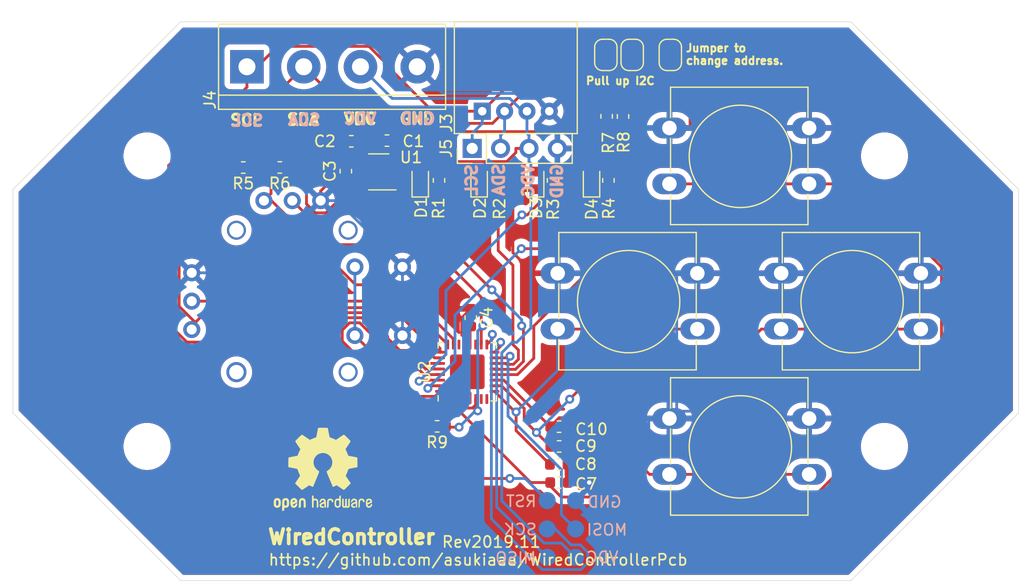
<source format=kicad_pcb>
(kicad_pcb (version 20221018) (generator pcbnew)
  (layers (0 "F.Cu" signal) (31 "B.Cu" signal) (34 "B.Paste" user) (35 "F.Paste" user) (36 "B.SilkS" user "B.Silkscreen") (37 "F.SilkS" user "F.Silkscreen") (38 "B.Mask" user) (39 "F.Mask" user) (44 "Edge.Cuts" user))
  (net 0 "")
  (net 1 "GND")
  (net 2 "Net-(C2-Pad1)")
  (net 3 "+3V3")
  (net 4 "Net-(C4-Pad2)")
  (net 5 "Net-(D1-Pad2)")
  (net 6 "Net-(D2-Pad2)")
  (net 7 "Net-(D3-Pad2)")
  (net 8 "/VertFailSafe")
  (net 9 "/VertValue")
  (net 10 "/HoriFailSafe")
  (net 11 "/HoriValue")
  (net 12 "/RST")
  (net 13 "/MISO")
  (net 14 "/SCK")
  (net 15 "/MOSI")
  (net 16 "/SDA")
  (net 17 "/SCL")
  (net 18 "/LED1")
  (net 19 "/LED2")
  (net 20 "/LED3")
  (net 21 "/BTNT")
  (net 22 "/BTNL")
  (net 23 "/BTNR")
  (net 24 "/BTNB")
  (net 26 "Net-(D4-Pad2)")
  (net 27 "/ADDR")
  (net 28 "/LED4")
  (net 29 "/JOY_PUSH")
  (net 34 "VDC")
  (net 35 "Net-(JP2-Pad2)")
  (net 36 "Net-(JP3-Pad2)")
  (footprint "Capacitor_SMD:C_0603_1608Metric" (layer "F.Cu") (at 133.47 60.63 180)
    (fp_text reference "C1")
    (fp_text value "1u")
  )
  (footprint "Capacitor_SMD:C_0603_1608Metric" (layer "F.Cu") (at 130.28 60.69 180)
    (fp_text reference "C2")
    (fp_text value "10n")
  )
  (footprint "Capacitor_SMD:C_0603_1608Metric" (layer "F.Cu") (at 129.79 63.368 90)
    (fp_text reference "C3")
    (fp_text value "2.2u")
  )
  (footprint "Capacitor_SMD:C_0603_1608Metric" (layer "F.Cu") (at 140.97 76.4725 -90)
    (fp_text reference "C4")
    (fp_text value "0.1u")
  )
  (footprint "LED_SMD:LED_0603_1608Metric" (layer "F.Cu") (at 136.45 64.19 90)
    (fp_text reference "D1")
    (fp_text value "LED")
  )
  (footprint "LED_SMD:LED_0603_1608Metric" (layer "F.Cu") (at 141.72 64.19 90)
    (fp_text reference "D2")
    (fp_text value "LED")
  )
  (footprint "LED_SMD:LED_0603_1608Metric" (layer "F.Cu") (at 146.78 64.19 90)
    (fp_text reference "D3")
    (fp_text value "LED")
  )
  (footprint "footprints:PS4tJoystick" (layer "F.Cu") (at 125 75 180)
    (fp_text reference "J1" hide)
    (fp_text value "Joystick")
  )
  (footprint "footprints:NS-Tech_Grove_1x04_P2mm_Horizontal" (layer "F.Cu") (at 145 58 90)
    (fp_text reference "J3")
    (fp_text value "Conn_01x04")
  )
  (footprint "Resistor_SMD:R_0603_1608Metric" (layer "F.Cu") (at 138.13 64.19 90)
    (fp_text reference "R1")
    (fp_text value "1k")
  )
  (footprint "Resistor_SMD:R_0603_1608Metric" (layer "F.Cu") (at 143.43 64.19 90)
    (fp_text reference "R2")
    (fp_text value "1k")
  )
  (footprint "Resistor_SMD:R_0603_1608Metric" (layer "F.Cu") (at 148.33 64.19 90)
    (fp_text reference "R3")
    (fp_text value "1k")
  )
  (footprint "Resistor_SMD:R_0603_1608Metric" (layer "F.Cu") (at 120.612 63.04 180)
    (fp_text reference "R5")
    (fp_text value "1k")
  )
  (footprint "Resistor_SMD:R_0603_1608Metric" (layer "F.Cu") (at 123.882 63.03 180)
    (fp_text reference "R6")
    (fp_text value "1k")
  )
  (footprint "footprints:SW_Center_PUSH-12mm" (layer "F.Cu") (at 165 62)
    (fp_text reference "SW1" hide)
    (fp_text value "SW_Push")
  )
  (footprint "Package_TO_SOT_SMD:SOT-23-5" (layer "F.Cu") (at 132.73 63.43 180)
    (fp_text reference "U1")
    (fp_text value "LP2985-3.3")
  )
  (footprint "Package_DFN_QFN:QFN-32-1EP_5x5mm_P0.5mm_EP3.1x3.1mm" (layer "F.Cu") (at 140.66 81.32 90)
    (fp_text reference "U2")
    (fp_text value "ATmega328P-MU")
  )
  (footprint "LED_SMD:LED_0603_1608Metric" (layer "F.Cu") (at 151.78 64.19 90)
    (fp_text reference "D4")
    (fp_text value "LED")
  )
  (footprint "Jumper:SolderJumper-2_P1.3mm_Open_RoundedPad1.0x1.5mm" (layer "F.Cu") (at 158.83 52.96 -90)
    (fp_text reference "JP1" hide)
    (fp_text value "Jumper_NO")
  )
  (footprint "Resistor_SMD:R_0603_1608Metric" (layer "F.Cu") (at 153.29 64.19 90)
    (fp_text reference "R4")
    (fp_text value "1k")
  )
  (footprint "Capacitor_SMD:C_0603_1608Metric" (layer "F.Cu") (at 148.868 91.23)
    (fp_text reference "C7")
    (fp_text value "0.1u")
  )
  (footprint "Capacitor_SMD:C_0603_1608Metric" (layer "F.Cu") (at 148.842 89.61)
    (fp_text reference "C8")
    (fp_text value "0.1u")
  )
  (footprint "Capacitor_SMD:C_0603_1608Metric" (layer "F.Cu") (at 148.88 88)
    (fp_text reference "C9")
    (fp_text value "0.1u")
  )
  (footprint "Capacitor_SMD:C_0603_1608Metric" (layer "F.Cu") (at 148.872 86.23)
    (fp_text reference "C10")
    (fp_text value "0.1u")
  )
  (footprint "footprints:SW_Center_PUSH-12mm" (layer "F.Cu") (at 155 75)
    (fp_text reference "SW2" hide)
    (fp_text value "SW_Push")
  )
  (footprint "footprints:SW_Center_PUSH-12mm" (layer "F.Cu") (at 175 75)
    (fp_text reference "SW3" hide)
    (fp_text value "SW_Push")
  )
  (footprint "footprints:SW_Center_PUSH-12mm" (layer "F.Cu") (at 165 88)
    (fp_text reference "SW4" hide)
    (fp_text value "SW_Push")
  )
  (footprint "MountingHole:MountingHole_3.2mm_M3" (layer "F.Cu") (at 112 62)
    (fp_text reference "REF1" hide)
    (fp_text value "MountingHole_3.2mm_M3")
  )
  (footprint "MountingHole:MountingHole_3.2mm_M3" (layer "F.Cu") (at 178 62)
    (fp_text reference "REF3" hide)
    (fp_text value "MountingHole_3.2mm_M3")
  )
  (footprint "MountingHole:MountingHole_3.2mm_M3" (layer "F.Cu") (at 112 88)
    (fp_text reference "REF2" hide)
    (fp_text value "MountingHole_3.2mm_M3")
  )
  (footprint "MountingHole:MountingHole_3.2mm_M3" (layer "F.Cu") (at 178 88)
    (fp_text reference "REF4" hide)
    (fp_text value "MountingHole_3.2mm_M3")
  )
  (footprint "Symbol:OSHW-Logo2_9.8x8mm_SilkScreen" (layer "F.Cu") (at 127.74 90.05)
    (fp_text reference "REF**" hide)
    (fp_text value "OSHW-Logo2_9.8x8mm_SilkScreen" hide)
  )
  (footprint "TerminalBlock:TerminalBlock_bornier-4_P5.08mm" (layer "F.Cu") (at 120.94 54.02)
    (fp_text reference "J4")
    (fp_text value "Conn_01x04")
  )
  (footprint "Jumper:SolderJumper-2_P1.3mm_Open_RoundedPad1.0x1.5mm" (layer "F.Cu") (at 153.06 52.96 -90)
    (fp_text reference "JP2" hide)
    (fp_text value "Jumper_NO")
  )
  (footprint "Jumper:SolderJumper-2_P1.3mm_Open_RoundedPad1.0x1.5mm" (layer "F.Cu") (at 155.42 52.96 -90)
    (fp_text reference "JP3" hide)
    (fp_text value "Jumper_NO")
  )
  (footprint "Resistor_SMD:R_0603_1608Metric" (layer "F.Cu") (at 153.13 58.4575 90)
    (fp_text reference "R7")
    (fp_text value "10k")
  )
  (footprint "Resistor_SMD:R_0603_1608Metric" (layer "F.Cu") (at 154.6 58.4675 90)
    (fp_text reference "R8")
    (fp_text value "10k")
  )
  (footprint "Connector_PinHeader_2.54mm:PinHeader_1x04_P2.54mm_Vertical" (layer "F.Cu") (at 141.1 61.33 90)
    (fp_text reference "J5")
    (fp_text value "Conn_01x04")
  )
  (footprint "Resistor_SMD:R_0603_1608Metric" (layer "F.Cu") (at 137.9625 86.2 180)
    (fp_text reference "R9")
    (fp_text value "10k")
  )
  (footprint "footprints:2x03_P2.54mm_Pads" (layer "B.Cu") (at 149.08 95.38)
    (fp_text reference "J2" hide)
    (fp_text value "Conn_01x06")
  )
  (gr_line (start 175 100) (end 115 100) (stroke (width 0.05)) (layer "Edge.Cuts"))
  (gr_line (start 100 65) (end 115 50) (stroke (width 0.05)) (layer "Edge.Cuts"))
  (gr_line (start 115 100) (end 100 85) (stroke (width 0.05)) (layer "Edge.Cuts"))
  (gr_line (start 100 85) (end 100 65) (stroke (width 0.05)) (layer "Edge.Cuts"))
  (gr_line (start 190 65) (end 190 85) (stroke (width 0.05)) (layer "Edge.Cuts"))
  (gr_line (start 190 85) (end 175 100) (stroke (width 0.05)) (layer "Edge.Cuts"))
  (gr_line (start 175 50) (end 190 65) (stroke (width 0.05)) (layer "Edge.Cuts"))
  (gr_line (start 115 50) (end 175 50) (stroke (width 0.05)) (layer "Edge.Cuts"))
  (gr_text "SCL" (at 120.99 58.83) (layer "B.SilkS") (effects (font (size 1 1) (thickness 0.25)) (justify mirror)))
  (gr_text "GND" (at 136.24 58.67) (layer "B.SilkS") (effects (font (size 1 1) (thickness 0.25)) (justify mirror)))
  (gr_text "SCL" (at 141.05 64.15 90) (layer "B.SilkS") (effects (font (size 1 1) (thickness 0.25)) (justify mirror)))
  (gr_text "VDC" (at 131.07 58.67) (layer "B.SilkS") (effects (font (size 1 1) (thickness 0.25)) (justify mirror)))
  (gr_text "GND" (at 148.68 64.27 90) (layer "B.SilkS") (effects (font (size 1 1) (thickness 0.25)) (justify mirror)))
  (gr_text "VDC" (at 146.11 64.22 90) (layer "B.SilkS") (effects (font (size 1 1) (thickness 0.25)) (justify mirror)))
  (gr_text "RST" (at 145.49 92.91) (layer "B.SilkS") (effects (font (size 1 1)) (justify mirror)))
  (gr_text "SCK" (at 145.4 95.43) (layer "B.SilkS") (effects (font (size 1 1)) (justify mirror)))
  (gr_text "GND" (at 152.94 92.97) (layer "B.SilkS") (effects (font (size 1 1)) (justify mirror)))
  (gr_text "MISO" (at 144.99 97.99) (layer "B.SilkS") (effects (font (size 1 1)) (justify mirror)))
  (gr_text "MOSI" (at 153.16 95.46) (layer "B.SilkS") (effects (font (size 1 1)) (justify mirror)))
  (gr_text "SDA" (at 143.48 64.13 90) (layer "B.SilkS") (effects (font (size 1 1) (thickness 0.25)) (justify mirror)))
  (gr_text "SDA" (at 126.08 58.77) (layer "B.SilkS") (effects (font (size 1 1) (thickness 0.25)) (justify mirror)))
  (gr_text "VDC" (at 152.75 97.92) (layer "B.SilkS") (effects (font (size 1 1)) (justify mirror)))
  (gr_text "Pull up I2C" (at 151.19 55.28) (layer "F.SilkS") (effects (font (size 0.7 0.7) (thickness 0.175)) (justify left)))
  (gr_text "SDA" (at 125.96 58.75) (layer "F.SilkS") (effects (font (size 1 1) (thickness 0.25))))
  (gr_text "Rev2019.11" (at 142.81 96.55) (layer "F.SilkS") (effects (font (size 1 1))))
  (gr_text "Jumper to\nchange address." (at 160.14 52.91) (layer "F.SilkS") (effects (font (size 0.7 0.7) (thickness 0.175)) (justify left)))
  (gr_text "https://github.com/asukiaaa/WiredControllerPcb" (at 141.63 98.15) (layer "F.SilkS") (effects (font (size 1 1))))
  (gr_text "SCL" (at 120.85 58.81) (layer "F.SilkS") (effects (font (size 1 1) (thickness 0.25))))
  (gr_text "GND" (at 136.16 58.67) (layer "F.SilkS") (effects (font (size 1 1) (thickness 0.25))))
  (gr_text "WiredController" (at 130.31 96.1) (layer "F.SilkS") (effects (font (size 1.3 1.3) (thickness 0.325))))
  (gr_text "VDC" (at 131.07 58.69) (layer "F.SilkS") (effects (font (size 1 1) (thickness 0.25))))
  (segment (start 140.41 81.07) (end 140.41 78.8825) (width 0.25) (layer "F.Cu") (net 1))
  (segment (start 140.66 82.9944) (end 140.66 81.32) (width 0.25) (layer "F.Cu") (net 1))
  (segment (start 141.72 64.9775) (end 142.4992 64.1983) (width 0.25) (layer "F.Cu") (net 1))
  (segment (start 146.78 64.9775) (end 144.7445 64.9775) (width 0.25) (layer "F.Cu") (net 1))
  (segment (start 140.91 83.2444) (end 140.91 83.7575) (width 0.25) (layer "F.Cu") (net 1))
  (segment (start 147.5675 64.19) (end 149.0522 64.19) (width 0.25) (layer "F.Cu") (net 1))
  (segment (start 139.91 83.2663) (end 140.1819 82.9944) (width 0.25) (layer "F.Cu") (net 1))
  (segment (start 133.83 63.43) (end 132.9747 63.43) (width 0.25) (layer "F.Cu") (net 1))
  (segment (start 181.25 72.5) (end 168.75 72.5) (width 0.25) (layer "F.Cu") (net 1))
  (segment (start 140.66 82.9944) (end 140.91 83.2444) (width 0.25) (layer "F.Cu") (net 1))
  (segment (start 129.809 62.8725) (end 129.809 62.5995) (width 0.25) (layer "F.Cu") (net 1))
  (segment (start 149.6295 89.61) (end 149.6675 89.572) (width 0.25) (layer "F.Cu") (net 1))
  (segment (start 136.45 64.9775) (end 136.379 65.0485) (width 0.25) (layer "F.Cu") (net 1))
  (segment (start 149.6555 89.636) (end 149.6295 89.61) (width 0.25) (layer "F.Cu") (net 1))
  (segment (start 141.72 64.9775) (end 140.9408 64.1983) (width 0.25) (layer "F.Cu") (net 1))
  (segment (start 129.809 62.8725) (end 130.0877 63.1512) (width 0.25) (layer "F.Cu") (net 1))
  (segment (start 149.0522 64.19) (end 149.1372 64.105) (width 0.25) (layer "F.Cu") (net 1))
  (segment (start 146.5862 72.5) (end 148.75 72.5) (width 0.25) (layer "F.Cu") (net 1))
  (segment (start 133.145 65.0485) (end 132.9747 64.8782) (width 0.25) (layer "F.Cu") (net 1))
  (segment (start 149.6675 89.572) (end 149.6675 88) (width 0.25) (layer "F.Cu") (net 1))
  (segment (start 140.66 81.32) (end 140.41 81.07) (width 0.25) (layer "F.Cu") (net 1))
  (segment (start 132.9747 63.43) (end 132.9613 63.43) (width 0.25) (layer "F.Cu") (net 1))
  (segment (start 171.25 59.5) (end 160.5993 59.5) (width 0.25) (layer "F.Cu") (net 1))
  (segment (start 139.91 83.7575) (end 139.91 83.2663) (width 0.25) (layer "F.Cu") (net 1))
  (segment (start 140.9408 64.1983) (end 137.2292 64.1983) (width 0.25) (layer "F.Cu") (net 1))
  (segment (start 129.809 62.5995) (end 129.79 62.5805) (width 0.25) (layer "F.Cu") (net 1))
  (segment (start 160.5993 52.4993) (end 160.5993 53.9291) (width 0.25) (layer "F.Cu") (net 1))
  (segment (start 130.0877 63.1512) (end 132.6825 63.1512) (width 0.25) (layer "F.Cu") (net 1))
  (segment (start 132.9613 63.43) (end 132.6825 63.1512) (width 0.25) (layer "F.Cu") (net 1))
  (segment (start 146.78 64.9775) (end 147.5675 64.19) (width 0.25) (layer "F.Cu") (net 1))
  (segment (start 149.6675 86.23) (end 149.6675 88) (width 0.25) (layer "F.Cu") (net 1))
  (segment (start 137.2292 64.1983) (end 136.45 64.9775) (width 0.25) (layer "F.Cu") (net 1))
  (segment (start 151.78 64.9775) (end 150.9075 64.105) (width 0.25) (layer "F.Cu") (net 1))
  (segment (start 160.5993 59.5) (end 160.5993 53.9291) (width 0.25) (layer "F.Cu") (net 1))
  (segment (start 144.7445 64.9775) (end 144.7445 70.6583) (width 0.25) (layer "F.Cu") (net 1))
  (segment (start 149.6555 91.23) (end 151.57 91.23) (width 0.25) (layer "F.Cu") (net 1))
  (segment (start 148.72 61.33) (end 148.72 62.5053) (width 0.25) (layer "F.Cu") (net 1))
  (segment (start 142.4992 64.1983) (end 143.9653 64.1983) (width 0.25) (layer "F.Cu") (net 1))
  (segment (start 150.9075 64.105) (end 149.1372 64.105) (width 0.25) (layer "F.Cu") (net 1))
  (segment (start 158.83 52.31) (end 160.41 52.31) (width 0.25) (layer "F.Cu") (net 1))
  (segment (start 151.57 91.23) (end 151.575 91.225) (width 0.25) (layer "F.Cu") (net 1))
  (segment (start 129.4925 62.283) (end 129.4925 60.69) (width 0.25) (layer "F.Cu") (net 1))
  (segment (start 140.1819 82.9944) (end 140.66 82.9944) (width 0.25) (layer "F.Cu") (net 1))
  (segment (start 129.79 62.5805) (end 129.4925 62.283) (width 0.25) (layer "F.Cu") (net 1))
  (segment (start 160.41 52.31) (end 160.5993 52.4993) (width 0.25) (layer "F.Cu") (net 1))
  (segment (start 132.6825 63.1512) (end 132.6825 60.63) (width 0.25) (layer "F.Cu") (net 1))
  (segment (start 144.7445 70.6583) (end 146.5862 72.5) (width 0.25) (layer "F.Cu") (net 1))
  (segment (start 158.75 59.5) (end 160.5993 59.5) (width 0.25) (layer "F.Cu") (net 1))
  (segment (start 143.9653 64.1983) (end 144.7445 64.9775) (width 0.25) (layer "F.Cu") (net 1))
  (segment (start 149.1372 62.9225) (end 148.72 62.5053) (width 0.25) (layer "F.Cu") (net 1))
  (segment (start 127.54 66) (end 127.54 65.1415) (width 0.25) (layer "F.Cu") (net 1))
  (segment (start 140.1688 78.0217) (end 140.1688 76.4862) (width 0.25) (layer "F.Cu") (net 1))
  (segment (start 149.6555 91.23) (end 149.6555 89.636) (width 0.25) (layer "F.Cu") (net 1))
  (segment (start 149.6675 86.23) (end 149.6595 86.23) (width 0.25) (layer "F.Cu") (net 1))
  (segment (start 149.1372 64.105) (end 149.1372 62.9225) (width 0.25) (layer "F.Cu") (net 1))
  (segment (start 134.86 71.93) (end 139.4162 76.4862) (width 0.25) (layer "F.Cu") (net 1))
  (segment (start 127.54 65.1415) (end 129.809 62.8725) (width 0.25) (layer "F.Cu") (net 1))
  (segment (start 140.41 78.2629) (end 140.1688 78.0217) (width 0.25) (layer "F.Cu") (net 1))
  (segment (start 139.4162 76.4862) (end 140.1688 76.4862) (width 0.25) (layer "F.Cu") (net 1))
  (segment (start 158.9802 52.31) (end 158.83 52.31) (width 0.25) (layer "F.Cu") (net 1))
  (segment (start 140.41 78.8825) (end 140.41 78.2629) (width 0.25) (layer "F.Cu") (net 1))
  (segment (start 140.1688 76.4862) (end 140.97 75.685) (width 0.25) (layer "F.Cu") (net 1))
  (segment (start 132.9747 64.8782) (end 132.9747 63.43) (width 0.25) (layer "F.Cu") (net 1))
  (segment (start 136.379 65.0485) (end 133.145 65.0485) (width 0.25) (layer "F.Cu") (net 1))
  (via (at 151.575 91.225) (size 0.8) (drill 0.4) (layers "F.Cu" "B.Cu") (net 1))
  (segment (start 145.2721 56.6876) (end 145.2476 56.6876) (width 0.25) (layer "B.Cu") (net 1))
  (segment (start 168.75 84.8493) (end 169.4007 85.5) (width 0.25) (layer "B.Cu") (net 1))
  (segment (start 121.08 72.46) (end 127.54 66) (width 0.25) (layer "B.Cu") (net 1))
  (segment (start 134.86 78.07) (end 134.86 71.93) (width 0.25) (layer "B.Cu") (net 1))
  (segment (start 134.86 71.93) (end 134.86 71.8477) (width 0.25) (layer "B.Cu") (net 1))
  (segment (start 159.4007 84.8493) (end 168.75 84.8493) (width 0.25) (layer "B.Cu") (net 1))
  (segment (start 168.75 72.5) (end 163.0993 72.5) (width 0.25) (layer "B.Cu") (net 1))
  (segment (start 149.5 59.5) (end 149.4374 59.4373) (width 0.25) (layer "B.Cu") (net 1))
  (segment (start 138.176 56.016) (end 136.18 54.02) (width 0.25) (layer "B.Cu") (net 1))
  (segment (start 151.575 91.225) (end 151.575 91.615) (width 0.25) (layer "B.Cu") (net 1))
  (segment (start 145.4391 56.8546) (end 145.2721 56.6876) (width 0.25) (layer "B.Cu") (net 1))
  (segment (start 134.86 71.8477) (end 129.0123 66) (width 0.25) (layer "B.Cu") (net 1))
  (segment (start 144.9839 56.4043) (end 138.4636 56.4043) (width 0.25) (layer "B.Cu") (net 1))
  (segment (start 171.25 85.5) (end 169.4007 85.5) (width 0.25) (layer "B.Cu") (net 1))
  (segment (start 138.4636 56.4043) (end 138.176 56.1167) (width 0.25) (layer "B.Cu") (net 1))
  (segment (start 148.72 61.33) (end 148.72 60.1547) (width 0.25) (layer "B.Cu") (net 1))
  (segment (start 148 58) (end 146.8546 56.8546) (width 0.25) (layer "B.Cu") (net 1))
  (segment (start 161.25 72.5) (end 163.0993 72.5) (width 0.25) (layer "B.Cu") (net 1))
  (segment (start 149.4374 59.4373) (end 148.72 60.1547) (width 0.25) (layer "B.Cu") (net 1))
  (segment (start 138.176 56.1167) (end 138.176 56.016) (width 0.25) (layer "B.Cu") (net 1))
  (segment (start 145.2476 56.6876) (end 145.2476 56.668) (width 0.25) (layer "B.Cu") (net 1))
  (segment (start 156.9007 59.5) (end 149.5 59.5) (width 0.25) (layer "B.Cu") (net 1))
  (segment (start 145.2476 56.668) (end 144.9839 56.4043) (width 0.25) (layer "B.Cu") (net 1))
  (segment (start 129.0123 66) (end 127.54 66) (width 0.25) (layer "B.Cu") (net 1))
  (segment (start 159.4007 84.8493) (end 158.75 85.5) (width 0.25) (layer "B.Cu") (net 1))
  (segment (start 156.9007 86.2893) (end 150.35 92.84) (width 0.25) (layer "B.Cu") (net 1))
  (segment (start 146.8546 56.8546) (end 145.4391 56.8546) (width 0.25) (layer "B.Cu") (net 1))
  (segment (start 156.9007 85.5) (end 156.9007 86.2893) (width 0.25) (layer "B.Cu") (net 1))
  (segment (start 148.75 72.5) (end 159.4007 72.5) (width 0.25) (layer "B.Cu") (net 1))
  (segment (start 149.4374 59.4373) (end 148 58) (width 0.25) (layer "B.Cu") (net 1))
  (segment (start 158.75 85.5) (end 156.9007 85.5) (width 0.25) (layer "B.Cu") (net 1))
  (segment (start 151.575 91.615) (end 150.35 92.84) (width 0.25) (layer "B.Cu") (net 1))
  (segment (start 159.4007 72.5) (end 159.4007 84.8493) (width 0.25) (layer "B.Cu") (net 1))
  (segment (start 116 72.46) (end 121.08 72.46) (width 0.25) (layer "B.Cu") (net 1))
  (segment (start 161.25 72.5) (end 159.4007 72.5) (width 0.25) (layer "B.Cu") (net 1))
  (segment (start 158.75 59.5) (end 156.9007 59.5) (width 0.25) (layer "B.Cu") (net 1))
  (segment (start 130.7747 60.9828) (end 131.0675 60.69) (width 0.25) (layer "F.Cu") (net 2))
  (segment (start 131.63 62.48) (end 130.7747 62.48) (width 0.25) (layer "F.Cu") (net 2))
  (segment (start 130.7747 62.48) (end 130.7747 60.9828) (width 0.25) (layer "F.Cu") (net 2))
  (segment (start 141.2377 84.4541) (end 141.5945 84.8109) (width 0.25) (layer "F.Cu") (net 3))
  (segment (start 140.41 84.2934) (end 140.41 83.7575) (width 0.25) (layer "F.Cu") (net 3))
  (segment (start 139.925 86.275) (end 138.825 86.275) (width 0.25) (layer "F.Cu") (net 3))
  (segment (start 141.91 77.2115) (end 141.91 74.66) (width 0.25) (layer "F.Cu") (net 3))
  (segment (start 141.41 84.2818) (end 141.2377 84.4541) (width 0.25) (layer "F.Cu") (net 3))
  (segment (start 140.6795 84.5629) (end 140.41 84.2934) (width 0.25) (layer "F.Cu") (net 3))
  (segment (start 141.2377 84.4541) (end 141.1289 84.5629) (width 0.25) (layer "F.Cu") (net 3))
  (segment (start 131.63 64.38) (end 132.4853 64.38) (width 0.25) (layer "F.Cu") (net 3))
  (segment (start 130.0145 64.38) (end 129.79 64.1555) (width 0.25) (layer "F.Cu") (net 3))
  (segment (start 124.6695 63.03) (end 127.8749 59.8246) (width 0.25) (layer "F.Cu") (net 3))
  (segment (start 154.59 59.245) (end 153.13 59.245) (width 0.25) (layer "F.Cu") (net 3))
  (segment (start 130.0145 64.38) (end 130.0145 65.0868) (width 0.25) (layer "F.Cu") (net 3))
  (segment (start 141.91 74.66) (end 132.4853 65.2353) (width 0.25) (layer "F.Cu") (net 3))
  (segment (start 124.6695 63.03) (end 123.8664 62.2269) (width 0.25) (layer "F.Cu") (net 3))
  (segment (start 130.0145 65.0868) (end 128.0062 67.0951) (width 0.25) (layer "F.Cu") (net 3))
  (segment (start 138.825 86.275) (end 138.75 86.2) (width 0.25) (layer "F.Cu") (net 3))
  (segment (start 126.27 64.6305) (end 124.6695 63.03) (width 0.25) (layer "F.Cu") (net 3))
  (segment (start 141.1289 84.5629) (end 140.6795 84.5629) (width 0.25) (layer "F.Cu") (net 3))
  (segment (start 126.27 66.3) (end 126.27 64.6305) (width 0.25) (layer "F.Cu") (net 3))
  (segment (start 141.41 83.7575) (end 141.41 84.2818) (width 0.25) (layer "F.Cu") (net 3))
  (segment (start 141.91 77.2115) (end 142.0545 77.2115) (width 0.25) (layer "F.Cu") (net 3))
  (segment (start 131.63 64.38) (end 130.0145 64.38) (width 0.25) (layer "F.Cu") (net 3))
  (segment (start 123.8664 62.2269) (end 122.2126 62.2269) (width 0.25) (layer "F.Cu") (net 3))
  (segment (start 152.5504 59.8246) (end 153.13 59.245) (width 0.25) (layer "F.Cu") (net 3))
  (segment (start 141.91 78.8825) (end 141.91 77.2115) (width 0.25) (layer "F.Cu") (net 3))
  (segment (start 127.8749 59.8246) (end 152.5504 59.8246) (width 0.25) (layer "F.Cu") (net 3))
  (segment (start 154.6 59.255) (end 154.59 59.245) (width 0.25) (layer "F.Cu") (net 3))
  (segment (start 132.4853 65.2353) (end 132.4853 64.38) (width 0.25) (layer "F.Cu") (net 3))
  (segment (start 127.0651 67.0951) (end 126.27 66.3) (width 0.25) (layer "F.Cu") (net 3))
  (segment (start 128.0062 67.0951) (end 127.0651 67.0951) (width 0.25) (layer "F.Cu") (net 3))
  (segment (start 122.2126 62.2269) (end 121.3995 63.04) (width 0.25) (layer "F.Cu") (net 3))
  (via (at 141.5945 84.8109) (size 0.8) (drill 0.4) (layers "F.Cu" "B.Cu") (net 3))
  (via (at 142.0545 77.2115) (size 0.8) (drill 0.4) (layers "F.Cu" "B.Cu") (net 3))
  (via (at 139.925 86.275) (size 0.8) (drill 0.4) (layers "F.Cu" "B.Cu") (net 3))
  (segment (start 141.5945 77.6715) (end 141.5945 84.8109) (width 0.25) (layer "B.Cu") (net 3))
  (segment (start 142.0545 77.2115) (end 141.5945 77.6715) (width 0.25) (layer "B.Cu") (net 3))
  (segment (start 141.5945 84.8109) (end 141.3891 84.8109) (width 0.25) (layer "B.Cu") (net 3))
  (segment (start 141.3891 84.8109) (end 139.925 86.275) (width 0.25) (layer "B.Cu") (net 3))
  (segment (start 140.91 77.32) (end 140.97 77.26) (width 0.25) (layer "F.Cu") (net 4))
  (segment (start 140.91 78.8825) (end 140.91 77.32) (width 0.25) (layer "F.Cu") (net 4))
  (segment (start 136.45 63.4025) (end 138.13 63.4025) (width 0.25) (layer "F.Cu") (net 5))
  (segment (start 141.72 63.4025) (end 143.43 63.4025) (width 0.25) (layer "F.Cu") (net 6))
  (segment (start 146.78 63.4025) (end 148.33 63.4025) (width 0.25) (layer "F.Cu") (net 7))
  (segment (start 137.3993 79.0458) (end 133.9352 75.5817) (width 0.25) (layer "F.Cu") (net 8))
  (segment (start 133.9352 75.5817) (end 117.6403 75.5817) (width 0.25) (layer "F.Cu") (net 8))
  (segment (start 117.6403 75.5817) (end 116.3175 76.9045) (width 0.25) (layer "F.Cu") (net 8))
  (segment (start 137.3993 79.7425) (end 137.3993 79.0458) (width 0.25) (layer "F.Cu") (net 8))
  (segment (start 116.3175 77.2225) (end 116 77.54) (width 0.25) (layer "F.Cu") (net 8))
  (segment (start 114.8746 75.4616) (end 116.3175 76.9045) (width 0.25) (layer "F.Cu") (net 8))
  (segment (start 114.8746 67.9899) (end 114.8746 75.4616) (width 0.25) (layer "F.Cu") (net 8))
  (segment (start 119.8245 63.04) (end 114.8746 67.9899) (width 0.25) (layer "F.Cu") (net 8))
  (segment (start 137.7268 80.07) (end 137.3993 79.7425) (width 0.25) (layer "F.Cu") (net 8))
  (segment (start 138.2225 80.07) (end 137.7268 80.07) (width 0.25) (layer "F.Cu") (net 8))
  (segment (start 116.3175 76.9045) (end 116.3175 77.2225) (width 0.25) (layer "F.Cu") (net 8))
  (segment (start 133.9904 75) (end 138.2225 79.2321) (width 0.25) (layer "F.Cu") (net 9))
  (segment (start 138.2225 79.2321) (end 138.2225 79.57) (width 0.25) (layer "F.Cu") (net 9))
  (segment (start 116 75) (end 133.9904 75) (width 0.25) (layer "F.Cu") (net 9))
  (segment (start 122.7933 65.6667) (end 122.46 66) (width 0.25) (layer "F.Cu") (net 10))
  (segment (start 130.6576 73.531) (end 122.7933 65.6667) (width 0.25) (layer "F.Cu") (net 10))
  (segment (start 138.91 78.8825) (end 133.5585 73.531) (width 0.25) (layer "F.Cu") (net 10))
  (segment (start 123.0945 63.03) (end 123.0945 65.3655) (width 0.25) (layer "F.Cu") (net 10))
  (segment (start 123.0945 65.3655) (end 122.7933 65.6667) (width 0.25) (layer "F.Cu") (net 10))
  (segment (start 133.5585 73.531) (end 130.6576 73.531) (width 0.25) (layer "F.Cu") (net 10))
  (segment (start 128.9417 69.9417) (end 125 66) (width 0.25) (layer "F.Cu") (net 11))
  (segment (start 139.41 78.8825) (end 139.41 78.3789) (width 0.25) (layer "F.Cu") (net 11))
  (segment (start 139.41 78.3789) (end 130.9728 69.9417) (width 0.25) (layer "F.Cu") (net 11))
  (segment (start 130.9728 69.9417) (end 128.9417 69.9417) (width 0.25) (layer "F.Cu") (net 11))
  (segment (start 132.2823 78.3393) (end 135.0813 81.1383) (width 0.25) (layer "F.Cu") (net 12))
  (segment (start 135.0813 81.1383) (end 136.357 81.1383) (width 0.25) (layer "F.Cu") (net 12))
  (segment (start 132.2823 78.1878) (end 132.2823 78.3393) (width 0.25) (layer "F.Cu") (net 12))
  (segment (start 136.357 81.1383) (end 136.7887 81.57) (width 0.25) (layer "F.Cu") (net 12))
  (segment (start 130.1311 76.9327) (end 131.0272 76.9327) (width 0.25) (layer "F.Cu") (net 12))
  (segment (start 144.4716 90.8677) (end 141.7662 90.8677) (width 0.25) (layer "F.Cu") (net 12))
  (segment (start 129.4697 78.5712) (end 129.4697 77.5941) (width 0.25) (layer "F.Cu") (net 12))
  (segment (start 136.7887 81.57) (end 138.2225 81.57) (width 0.25) (layer "F.Cu") (net 12))
  (segment (start 131.0272 76.9327) (end 132.2823 78.1878) (width 0.25) (layer "F.Cu") (net 12))
  (segment (start 129.4697 77.5941) (end 130.1311 76.9327) (width 0.25) (layer "F.Cu") (net 12))
  (segment (start 141.7662 90.8677) (end 129.4697 78.5712) (width 0.25) (layer "F.Cu") (net 12))
  (via (at 144.4716 90.8677) (size 0.8) (drill 0.4) (layers "F.Cu" "B.Cu") (net 12))
  (segment (start 144.4716 90.8677) (end 145.8377 90.8677) (width 0.25) (layer "B.Cu") (net 12))
  (segment (start 145.8377 90.8677) (end 147.81 92.84) (width 0.25) (layer "B.Cu") (net 12))
  (segment (start 143.6426 79.0249) (end 143.6426 78.675) (width 0.25) (layer "F.Cu") (net 13))
  (segment (start 143.0975 79.57) (end 143.6426 79.0249) (width 0.25) (layer "F.Cu") (net 13))
  (via (at 143.6426 78.675) (size 0.8) (drill 0.4) (layers "F.Cu" "B.Cu") (net 13))
  (segment (start 143.2876 93.3976) (end 143.2876 79.03) (width 0.25) (layer "B.Cu") (net 13))
  (segment (start 147.81 97.92) (end 143.2876 93.3976) (width 0.25) (layer "B.Cu") (net 13))
  (segment (start 143.2876 79.03) (end 143.6426 78.675) (width 0.25) (layer "B.Cu") (net 13))
  (segment (start 142.41 78.8825) (end 142.9026 78.3899) (width 0.25) (layer "F.Cu") (net 14))
  (segment (start 142.9026 78.3899) (end 142.9026 77.9664) (width 0.25) (layer "F.Cu") (net 14))
  (via (at 142.9026 77.9664) (size 0.8) (drill 0.4) (layers "F.Cu" "B.Cu") (net 14))
  (segment (start 148.5222 95.38) (end 147.81 95.38) (width 0.25) (layer "B.Cu") (net 14))
  (segment (start 151.4436 97.4758) (end 150.7771 96.8093) (width 0.25) (layer "B.Cu") (net 14))
  (segment (start 142.816 78.053) (end 142.816 94.4856) (width 0.25) (layer "B.Cu") (net 14))
  (segment (start 151.4436 98.4111) (end 151.4436 97.4758) (width 0.25) (layer "B.Cu") (net 14))
  (segment (start 147.3455 99.0151) (end 150.8396 99.0151) (width 0.25) (layer "B.Cu") (net 14))
  (segment (start 142.9026 77.9664) (end 142.816 78.053) (width 0.25) (layer "B.Cu") (net 14))
  (segment (start 142.816 94.4856) (end 147.3455 99.0151) (width 0.25) (layer "B.Cu") (net 14))
  (segment (start 150.7771 96.8093) (end 149.9515 96.8093) (width 0.25) (layer "B.Cu") (net 14))
  (segment (start 150.8396 99.0151) (end 151.4436 98.4111) (width 0.25) (layer "B.Cu") (net 14))
  (segment (start 149.9515 96.8093) (end 148.5222 95.38) (width 0.25) (layer "B.Cu") (net 14))
  (segment (start 144.3399 80.07) (end 144.4831 79.9268) (width 0.25) (layer "F.Cu") (net 15))
  (segment (start 143.0975 80.07) (end 144.3399 80.07) (width 0.25) (layer "F.Cu") (net 15))
  (via (at 144.4831 79.9268) (size 0.8) (drill 0.4) (layers "F.Cu" "B.Cu") (net 15))
  (segment (start 149.08 94.11) (end 149.08 90.0663) (width 0.25) (layer "B.Cu") (net 15))
  (segment (start 144.3058 80.1041) (end 144.4831 79.9268) (width 0.25) (layer "B.Cu") (net 15))
  (segment (start 144.3058 85.2921) (end 144.3058 80.1041) (width 0.25) (layer "B.Cu") (net 15))
  (segment (start 150.35 95.38) (end 149.08 94.11) (width 0.25) (layer "B.Cu") (net 15))
  (segment (start 149.08 90.0663) (end 144.3058 85.2921) (width 0.25) (layer "B.Cu") (net 15))
  (segment (start 114.384 65.656) (end 126.02 54.02) (width 0.25) (layer "F.Cu") (net 16))
  (segment (start 153.06 52.31) (end 149.69 52.31) (width 0.25) (layer "F.Cu") (net 16))
  (segment (start 120.0297 76.032) (end 117.4004 78.6613) (width 0.25) (layer "F.Cu") (net 16))
  (segment (start 149.69 52.31) (end 144 58) (width 0.25) (layer "F.Cu") (net 16))
  (segment (start 117.4004 78.6613) (end 115.5559 78.6613) (width 0.25) (layer "F.Cu") (net 16))
  (segment (start 134.6251 79.4083) (end 133.5353 78.3185) (width 0.25) (layer "F.Cu") (net 16))
  (segment (start 138.2225 80.57) (end 137.0625 80.57) (width 0.25) (layer "F.Cu") (net 16))
  (segment (start 114.384 77.4894) (end 114.384 65.656) (width 0.25) (layer "F.Cu") (net 16))
  (segment (start 131.4096 76.032) (end 120.0297 76.032) (width 0.25) (layer "F.Cu") (net 16))
  (segment (start 126.02 54.02) (end 131.0873 59.0873) (width 0.25) (layer "F.Cu") (net 16))
  (segment (start 142.9127 59.0873) (end 144 58) (width 0.25) (layer "F.Cu") (net 16))
  (segment (start 135.9008 79.4083) (end 134.6251 79.4083) (width 0.25) (layer "F.Cu") (net 16))
  (segment (start 115.5559 78.6613) (end 114.384 77.4894) (width 0.25) (layer "F.Cu") (net 16))
  (segment (start 133.5353 78.1577) (end 131.4096 76.032) (width 0.25) (layer "F.Cu") (net 16))
  (segment (start 131.0873 59.0873) (end 142.9127 59.0873) (width 0.25) (layer "F.Cu") (net 16))
  (segment (start 137.0625 80.57) (end 135.9008 79.4083) (width 0.25) (layer "F.Cu") (net 16))
  (segment (start 133.5353 78.3185) (end 133.5353 78.1577) (width 0.25) (layer "F.Cu") (net 16))
  (segment (start 144 59.7947) (end 143.64 60.1547) (width 0.25) (layer "B.Cu") (net 16))
  (segment (start 144 58) (end 144 59.7947) (width 0.25) (layer "B.Cu") (net 16))
  (segment (start 143.64 60.7423) (end 143.64 60.1547) (width 0.25) (layer "B.Cu") (net 16))
  (segment (start 143.64 60.7423) (end 143.64 61.33) (width 0.25) (layer "B.Cu") (net 16))
  (segment (start 123.678 52.1946) (end 131.8608 52.1946) (width 0.25) (layer "F.Cu") (net 17))
  (segment (start 113.9337 62.8516) (end 113.9337 77.676) (width 0.25) (layer "F.Cu") (net 17))
  (segment (start 120.94 54.9326) (end 120.94 55.8453) (width 0.25) (layer "F.Cu") (net 17))
  (segment (start 154.5833 51.4733) (end 155.42 52.31) (width 0.25) (layer "F.Cu") (net 17))
  (segment (start 148.5267 51.4733) (end 154.5833 51.4733) (width 0.25) (layer "F.Cu") (net 17))
  (segment (start 120.94 54.9326) (end 123.678 52.1946) (width 0.25) (layer "F.Cu") (net 17))
  (segment (start 115.3693 79.1116) (end 117.8119 79.1116) (width 0.25) (layer "F.Cu") (net 17))
  (segment (start 133.64 54.0908) (end 137.5492 58) (width 0.25) (layer "F.Cu") (net 17))
  (segment (start 113.9337 77.676) (end 115.3693 79.1116) (width 0.25) (layer "F.Cu") (net 17))
  (segment (start 135.8732 80.0176) (end 136.9256 81.07) (width 0.25) (layer "F.Cu") (net 17))
  (segment (start 142 58) (end 140.9127 58) (width 0.25) (layer "F.Cu") (net 17))
  (segment (start 133.64 53.9738) (end 133.64 54.0908) (width 0.25) (layer "F.Cu") (net 17))
  (segment (start 120.94 54.02) (end 120.94 54.9326) (width 0.25) (layer "F.Cu") (net 17))
  (segment (start 136.9256 81.07) (end 138.2225 81.07) (width 0.25) (layer "F.Cu") (net 17))
  (segment (start 131.2214 76.4823) (end 132.7326 77.9935) (width 0.25) (layer "F.Cu") (net 17))
  (segment (start 131.8608 52.1946) (end 133.64 53.9738) (width 0.25) (layer "F.Cu") (net 17))
  (segment (start 137.5492 58) (end 140.9127 58) (width 0.25) (layer "F.Cu") (net 17))
  (segment (start 132.7326 77.9935) (end 132.7326 78.1527) (width 0.25) (layer "F.Cu") (net 17))
  (segment (start 120.94 55.8453) (end 113.9337 62.8516) (width 0.25) (layer "F.Cu") (net 17))
  (segment (start 120.4412 76.4823) (end 131.2214 76.4823) (width 0.25) (layer "F.Cu") (net 17))
  (segment (start 142 58) (end 148.5267 51.4733) (width 0.25) (layer "F.Cu") (net 17))
  (segment (start 132.7326 78.1527) (end 134.5975 80.0176) (width 0.25) (layer "F.Cu") (net 17))
  (segment (start 134.5975 80.0176) (end 135.8732 80.0176) (width 0.25) (layer "F.Cu") (net 17))
  (segment (start 117.8119 79.1116) (end 120.4412 76.4823) (width 0.25) (layer "F.Cu") (net 17))
  (segment (start 141.1 59.9873) (end 141.1 61.33) (width 0.25) (layer "B.Cu") (net 17))
  (segment (start 142 58) (end 142 59.0873) (width 0.25) (layer "B.Cu") (net 17))
  (segment (start 142 59.0873) (end 141.1 59.9873) (width 0.25) (layer "B.Cu") (net 17))
  (segment (start 144.9703 81.1025) (end 143.13 81.1025) (width 0.25) (layer "F.Cu") (net 18))
  (segment (start 145.6858 80.387) (end 144.9703 81.1025) (width 0.25) (layer "F.Cu") (net 18))
  (segment (start 143.13 81.1025) (end 143.0975 81.07) (width 0.25) (layer "F.Cu") (net 18))
  (segment (start 145.5266 77.2136) (end 145.6858 77.3728) (width 0.25) (layer "F.Cu") (net 18))
  (segment (start 142.8594 73.9834) (end 138.13 69.254) (width 0.25) (layer "F.Cu") (net 18))
  (segment (start 138.13 69.254) (end 138.13 64.9775) (width 0.25) (layer "F.Cu") (net 18))
  (segment (start 145.6858 77.3728) (end 145.6858 80.387) (width 0.25) (layer "F.Cu") (net 18))
  (via (at 145.5266 77.2136) (size 0.8) (drill 0.4) (layers "F.Cu" "B.Cu") (net 18))
  (via (at 142.8594 73.9834) (size 0.8) (drill 0.4) (layers "F.Cu" "B.Cu") (net 18))
  (segment (start 145.5266 76.6506) (end 142.8594 73.9834) (width 0.25) (layer "B.Cu") (net 18))
  (segment (start 145.5266 77.2136) (end 145.5266 76.6506) (width 0.25) (layer "B.Cu") (net 18))
  (segment (start 143.43 64.9775) (end 143.43 70.4763) (width 0.25) (layer "F.Cu") (net 19))
  (segment (start 144.7462 71.7925) (end 144.7462 78.8825) (width 0.25) (layer "F.Cu") (net 19))
  (segment (start 144.7836 80.6522) (end 144.1828 80.6522) (width 0.25) (layer "F.Cu") (net 19))
  (segment (start 144.1828 80.6522) (end 144.1006 80.57) (width 0.25) (layer "F.Cu") (net 19))
  (segment (start 145.2354 79.3717) (end 145.2354 80.2004) (width 0.25) (layer "F.Cu") (net 19))
  (segment (start 144.7462 78.8825) (end 145.2354 79.3717) (width 0.25) (layer "F.Cu") (net 19))
  (segment (start 144.1006 80.57) (end 143.0975 80.57) (width 0.25) (layer "F.Cu") (net 19))
  (segment (start 145.2354 80.2004) (end 144.7836 80.6522) (width 0.25) (layer "F.Cu") (net 19))
  (segment (start 143.43 70.4763) (end 144.7462 71.7925) (width 0.25) (layer "F.Cu") (net 19))
  (segment (start 145.5476 67.2764) (end 146.0311 67.2764) (width 0.25) (layer "F.Cu") (net 20))
  (segment (start 146.0311 67.2764) (end 148.33 64.9775) (width 0.25) (layer "F.Cu") (net 20))
  (segment (start 138.2225 82.07) (end 136.4417 82.07) (width 0.25) (layer "F.Cu") (net 20))
  (segment (start 136.4417 82.07) (end 136.3523 82.1594) (width 0.25) (layer "F.Cu") (net 20))
  (via (at 145.5476 67.2764) (size 0.8) (drill 0.4) (layers "F.Cu" "B.Cu") (net 20))
  (via (at 136.3523 82.1594) (size 0.8) (drill 0.4) (layers "F.Cu" "B.Cu") (net 20))
  (segment (start 138.7502 79.7615) (end 138.7502 74.0738) (width 0.25) (layer "B.Cu") (net 20))
  (segment (start 136.3523 82.1594) (end 138.7502 79.7615) (width 0.25) (layer "B.Cu") (net 20))
  (segment (start 138.7502 74.0738) (end 145.5476 67.2764) (width 0.25) (layer "B.Cu") (net 20))
  (segment (start 148.0805 91.23) (end 148.0805 91.539) (width 0.25) (layer "F.Cu") (net 21))
  (segment (start 149.0721 92.5306) (end 171.6406 92.5306) (width 0.25) (layer "F.Cu") (net 21))
  (segment (start 175.1906 88.9806) (end 175.1906 87.2727) (width 0.25) (layer "F.Cu") (net 21))
  (segment (start 183.1022 71.9457) (end 175.6565 64.5) (width 0.25) (layer "F.Cu") (net 21))
  (segment (start 175.6565 64.5) (end 171.25 64.5) (width 0.25) (layer "F.Cu") (net 21))
  (segment (start 171.6406 92.5306) (end 175.1906 88.9806) (width 0.25) (layer "F.Cu") (net 21))
  (segment (start 175.1906 87.2727) (end 183.1022 79.3611) (width 0.25) (layer "F.Cu") (net 21))
  (segment (start 139.41 84.2992) (end 146.3408 91.23) (width 0.25) (layer "F.Cu") (net 21))
  (segment (start 171.25 64.5) (end 158.75 64.5) (width 0.25) (layer "F.Cu") (net 21))
  (segment (start 183.1022 79.3611) (end 183.1022 71.9457) (width 0.25) (layer "F.Cu") (net 21))
  (segment (start 139.41 83.7575) (end 139.41 84.2992) (width 0.25) (layer "F.Cu") (net 21))
  (segment (start 146.3408 91.23) (end 148.0805 91.23) (width 0.25) (layer "F.Cu") (net 21))
  (segment (start 148.0805 91.539) (end 149.0721 92.5306) (width 0.25) (layer "F.Cu") (net 21))
  (segment (start 161.25 77.5) (end 148.75 77.5) (width 0.25) (layer "F.Cu") (net 22))
  (segment (start 145.0312 86.5867) (end 148.0545 89.61) (width 0.25) (layer "F.Cu") (net 22))
  (segment (start 144.94 84.9125) (end 145.0312 84.9125) (width 0.25) (layer "F.Cu") (net 22))
  (segment (start 143.0975 83.07) (end 144.94 84.9125) (width 0.25) (layer "F.Cu") (net 22))
  (segment (start 145.0312 84.9125) (end 145.0312 86.5867) (width 0.25) (layer "F.Cu") (net 22))
  (via (at 145.0312 84.9125) (size 0.8) (drill 0.4) (layers "F.Cu" "B.Cu") (net 22))
  (segment (start 148.75 77.5) (end 148.75 81.1937) (width 0.25) (layer "B.Cu") (net 22))
  (segment (start 148.75 81.1937) (end 145.0312 84.9125) (width 0.25) (layer "B.Cu") (net 22))
  (segment (start 145.7565 84.6093) (end 145.7565 85.664) (width 0.25) (layer "F.Cu") (net 23))
  (segment (start 181.25 77.5) (end 168.75 77.5) (width 0.25) (layer "F.Cu") (net 23))
  (segment (start 143.7172 82.57) (end 145.7565 84.6093) (width 0.25) (layer "F.Cu") (net 23))
  (segment (start 166.976 77.5) (end 161.976 82.5) (width 0.25) (layer "F.Cu") (net 23))
  (segment (start 145.7565 85.664) (end 146.84625 86.75375) (width 0.25) (layer "F.Cu") (net 23))
  (segment (start 168.75 77.5) (end 166.976 77.5) (width 0.25) (layer "F.Cu") (net 23))
  (segment (start 149.825 83.775) (end 151.1 82.5) (width 0.25) (layer "F.Cu") (net 23))
  (segment (start 143.0975 82.57) (end 143.7172 82.57) (width 0.25) (layer "F.Cu") (net 23))
  (segment (start 161.976 82.5) (end 151.1 82.5) (width 0.25) (layer "F.Cu") (net 23))
  (segment (start 146.84625 86.75375) (end 148.0925 88) (width 0.25) (layer "F.Cu") (net 23))
  (via (at 146.84625 86.75375) (size 0.8) (drill 0.4) (layers "F.Cu" "B.Cu") (net 23))
  (via (at 149.825 83.775) (size 0.8) (drill 0.4) (layers "F.Cu" "B.Cu") (net 23))
  (segment (start 146.84625 86.75375) (end 149.825 83.775) (width 0.25) (layer "B.Cu") (net 23))
  (segment (start 148.0845 86.23) (end 143.9245 82.07) (width 0.25) (layer "F.Cu") (net 24))
  (segment (start 151.90599 85.42999) (end 156.976 90.5) (width 0.25) (layer "F.Cu") (net 24))
  (segment (start 171.25 90.5) (end 158.75 90.5) (width 0.25) (layer "F.Cu") (net 24))
  (segment (start 156.976 90.5) (end 158.75 90.5) (width 0.25) (layer "F.Cu") (net 24))
  (segment (start 148.88451 85.42999) (end 151.90599 85.42999) (width 0.25) (layer "F.Cu") (net 24))
  (segment (start 148.0845 86.23) (end 148.88451 85.42999) (width 0.25) (layer "F.Cu") (net 24))
  (segment (start 143.9245 82.07) (end 143.0975 82.07) (width 0.25) (layer "F.Cu") (net 24))
  (segment (start 151.78 63.4025) (end 153.29 63.4025) (width 0.25) (layer "F.Cu") (net 26))
  (segment (start 146.6108 80.1136) (end 146.6108 77.2262) (width 0.25) (layer "F.Cu") (net 27))
  (segment (start 143.0975 81.57) (end 145.1544 81.57) (width 0.25) (layer "F.Cu") (net 27))
  (segment (start 156.4954 55.9446) (end 158.83 53.61) (width 0.25) (layer "F.Cu") (net 27))
  (segment (start 146.6108 77.2262) (end 156.4954 67.3416) (width 0.25) (layer "F.Cu") (net 27))
  (segment (start 156.4954 67.3416) (end 156.4954 55.9446) (width 0.25) (layer "F.Cu") (net 27))
  (segment (start 145.1544 81.57) (end 146.6108 80.1136) (width 0.25) (layer "F.Cu") (net 27))
  (segment (start 153.29 64.9775) (end 147.9655 70.302) (width 0.25) (layer "F.Cu") (net 28))
  (segment (start 138.2225 82.57) (end 137.3565 82.57) (width 0.25) (layer "F.Cu") (net 28))
  (segment (start 147.9655 70.302) (end 145.4953 70.302) (width 0.25) (layer "F.Cu") (net 28))
  (segment (start 137.3565 82.57) (end 137.1311 82.7954) (width 0.25) (layer "F.Cu") (net 28))
  (via (at 145.4953 70.302) (size 0.8) (drill 0.4) (layers "F.Cu" "B.Cu") (net 28))
  (via (at 137.1311 82.7954) (size 0.8) (drill 0.4) (layers "F.Cu" "B.Cu") (net 28))
  (segment (start 145.4953 70.302) (end 139.5606 76.2367) (width 0.25) (layer "B.Cu") (net 28))
  (segment (start 139.5606 80.3659) (end 137.1311 82.7954) (width 0.25) (layer "B.Cu") (net 28))
  (segment (start 139.5606 76.2367) (end 139.5606 80.3659) (width 0.25) (layer "B.Cu") (net 28))
  (segment (start 136.0507 83.5207) (end 130.6 78.07) (width 0.25) (layer "F.Cu") (net 29))
  (segment (start 138.2225 83.07) (end 137.7718 83.5207) (width 0.25) (layer "F.Cu") (net 29))
  (segment (start 137.7718 83.5207) (end 136.0507 83.5207) (width 0.25) (layer "F.Cu") (net 29))
  (segment (start 130.6 78.07) (end 130.6 71.93) (width 0.25) (layer "B.Cu") (net 29))
  (segment (start 134.6853 62.5053) (end 134.6853 64.38) (width 0.25) (layer "F.Cu") (net 34))
  (segment (start 134.2575 62.4798) (end 134.2575 60.63) (width 0.25) (layer "F.Cu") (net 34))
  (segment (start 133.83 64.38) (end 134.6853 64.38) (width 0.25) (layer "F.Cu") (net 34))
  (segment (start 134.2577 62.48) (end 134.6853 62.48) (width 0.25) (layer "F.Cu") (net 34))
  (segment (start 134.6853 62.48) (end 134.6853 62.5053) (width 0.25) (layer "F.Cu") (net 34))
  (segment (start 133.83 62.48) (end 134.2577 62.48) (width 0.25) (layer "F.Cu") (net 34))
  (segment (start 144.1968 62.5053) (end 134.6853 62.5053) (width 0.25) (layer "F.Cu") (net 34))
  (segment (start 145.0047 61.33) (end 145.0047 61.6974) (width 0.25) (layer "F.Cu") (net 34))
  (segment (start 145.0047 61.6974) (end 144.1968 62.5053) (width 0.25) (layer "F.Cu") (net 34))
  (segment (start 146.18 61.33) (end 145.0047 61.33) (width 0.25) (layer "F.Cu") (net 34))
  (segment (start 134.2577 62.48) (end 134.2575 62.4798) (width 0.25) (layer "F.Cu") (net 34))
  (segment (start 146.18 61.33) (end 146.18 62.5053) (width 0.25) (layer "B.Cu") (net 34))
  (segment (start 145.0829 78.6831) (end 144.6783 78.6831) (width 0.25) (layer "B.Cu") (net 34))
  (segment (start 146.3489 77.4171) (end 145.0829 78.6831) (width 0.25) (layer "B.Cu") (net 34))
  (segment (start 146 58) (end 145.6097 58) (width 0.25) (layer "B.Cu") (net 34))
  (segment (start 147.5293 96.65) (end 149.08 96.65) (width 0.25) (layer "B.Cu") (net 34))
  (segment (start 144.6783 78.6831) (end 143.7463 79.6151) (width 0.25) (layer "B.Cu") (net 34))
  (segment (start 143.7463 92.867) (end 147.5293 96.65) (width 0.25) (layer "B.Cu") (net 34))
  (segment (start 143.7463 79.6151) (end 143.7463 92.867) (width 0.25) (layer "B.Cu") (net 34))
  (segment (start 146.18 61.33) (end 146.18 60.1547) (width 0.25) (layer "B.Cu") (net 34))
  (segment (start 149.08 96.65) (end 150.35 97.92) (width 0.25) (layer "B.Cu") (net 34))
  (segment (start 146.3489 62.6742) (end 146.3489 77.4171) (width 0.25) (layer "B.Cu") (net 34))
  (segment (start 144.4644 56.8547) (end 133.9347 56.8547) (width 0.25) (layer "B.Cu") (net 34))
  (segment (start 145.6097 58) (end 144.4644 56.8547) (width 0.25) (layer "B.Cu") (net 34))
  (segment (start 146 58) (end 146 59.9747) (width 0.25) (layer "B.Cu") (net 34))
  (segment (start 146.18 62.5053) (end 146.3489 62.6742) (width 0.25) (layer "B.Cu") (net 34))
  (segment (start 146 59.9747) (end 146.18 60.1547) (width 0.25) (layer "B.Cu") (net 34))
  (segment (start 133.9347 56.8547) (end 131.1 54.02) (width 0.25) (layer "B.Cu") (net 34))
  (segment (start 153.06 57.6) (end 153.13 57.67) (width 0.25) (layer "F.Cu") (net 35))
  (segment (start 153.06 53.61) (end 153.06 57.6) (width 0.25) (layer "F.Cu") (net 35))
  (segment (start 155.42 56.86) (end 154.6 57.68) (width 0.25) (layer "F.Cu") (net 36))
  (segment (start 155.42 53.61) (end 155.42 56.86) (width 0.25) (layer "F.Cu") (net 36))
  (zone (net 1) (net_name "GND") (layer "F.Cu") (connect_pads (clearance 0.508)) (min_thickness 0.254) (fill yes (thermal_gap 0.508) (thermal_bridge_width 0.508))
    (polygon (pts (xy 99.05 49.45) (xy 98.84 100.59) (xy 190.49 99.97) (xy 190.12 49.76)))
  )
  (zone (net 1) (net_name "GND") (layer "B.Cu") (connect_pads (clearance 0.508)) (min_thickness 0.254) (fill yes (thermal_gap 0.508) (thermal_bridge_width 0.508))
    (polygon (pts (xy 99.05 49.48) (xy 98.84 100.62) (xy 190.49 100) (xy 190.12 49.79)))
  )
)
</source>
